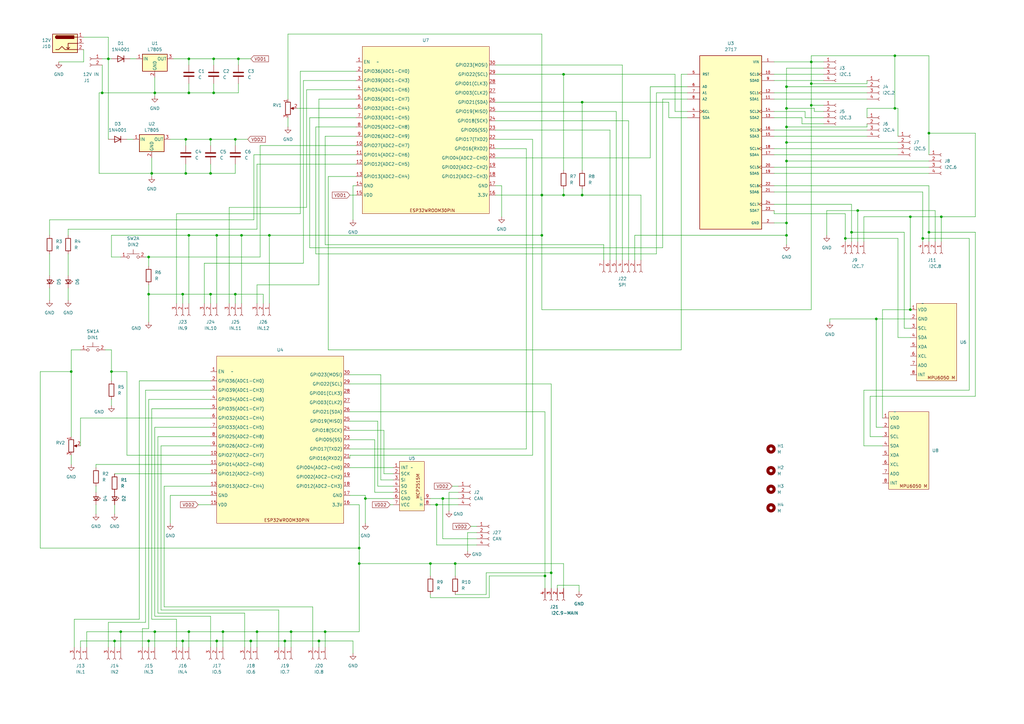
<source format=kicad_sch>
(kicad_sch (version 20230121) (generator eeschema)
  (paper "A3")
  (junction (at 63.5 259.08))
  (junction (at 88.9 96.52))
  (junction (at 149.86 204.47))
  (junction (at 105.41 259.08))
  (junction (at 332.74 43.18))
  (junction (at 96.52 120.65))
  (junction (at 322.58 58.42))
  (junction (at 226.06 234.95))
  (junction (at 367.03 22.86))
  (junction (at 133.35 259.08))
  (junction (at 41.91 38.1))
  (junction (at 60.96 262.89))
  (junction (at 231.14 80.01))
  (junction (at 346.71 97.79))
  (junction (at 77.47 24.13))
  (junction (at 223.52 236.22))
  (junction (at 97.79 24.13))
  (junction (at 381 95.25))
  (junction (at 222.25 80.01))
  (junction (at 332.74 34.29))
  (junction (at 76.2 57.15))
  (junction (at 238.76 41.91))
  (junction (at 63.5 38.1))
  (junction (at 359.41 130.81))
  (junction (at 322.58 52.07))
  (junction (at 74.93 120.65))
  (junction (at 322.58 96.52))
  (junction (at 378.46 97.79))
  (junction (at 86.36 120.65))
  (junction (at 351.79 86.36))
  (junction (at 238.76 80.01))
  (junction (at 367.03 44.45))
  (junction (at 91.44 259.08))
  (junction (at 322.58 44.45))
  (junction (at 176.53 231.14))
  (junction (at 88.9 262.89))
  (junction (at 222.25 96.52))
  (junction (at 46.99 262.89))
  (junction (at 179.07 207.01))
  (junction (at 110.49 96.52))
  (junction (at 96.52 57.15))
  (junction (at 231.14 30.48))
  (junction (at 373.38 88.9))
  (junction (at 181.61 204.47))
  (junction (at 373.38 127))
  (junction (at 99.06 96.52))
  (junction (at 116.84 262.89))
  (junction (at 87.63 24.13))
  (junction (at 322.58 91.44))
  (junction (at 119.38 259.08))
  (junction (at 349.25 95.25))
  (junction (at 45.72 152.4))
  (junction (at 77.47 259.08))
  (junction (at 130.81 262.89))
  (junction (at 86.36 57.15))
  (junction (at 386.08 88.9))
  (junction (at 29.21 152.4))
  (junction (at 62.23 71.12))
  (junction (at 87.63 38.1))
  (junction (at 77.47 96.52))
  (junction (at 147.32 224.79))
  (junction (at 49.53 259.08))
  (junction (at 77.47 38.1))
  (junction (at 332.74 25.4))
  (junction (at 381 54.61))
  (junction (at 102.87 262.89))
  (junction (at 322.58 66.04))
  (junction (at 44.45 24.13))
  (junction (at 186.69 231.14))
  (junction (at 60.96 120.65))
  (junction (at 60.96 105.41))
  (junction (at 86.36 71.12))
  (junction (at 74.93 262.89))
  (junction (at 76.2 71.12))
  (junction (at 322.58 35.56))
  (junction (at 147.32 231.14))
  (wire (pts (xy 322.58 44.45) (xy 322.58 52.07)))
  (wire (pts (xy 332.74 22.86) (xy 332.74 25.4)))
  (wire (pts (xy 60.96 163.83) (xy 60.96 257.81)))
  (wire (pts (xy 149.86 204.47) (xy 161.29 204.47)))
  (wire (pts (xy 386.08 99.06) (xy 386.08 88.9)))
  (wire (pts (xy 381 76.2) (xy 381 95.25)))
  (wire (pts (xy 146.05 59.69) (xy 106.68 59.69)))
  (wire (pts (xy 317.5 33.02) (xy 337.82 33.02)))
  (wire (pts (xy 317.5 68.58) (xy 381 68.58)))
  (wire (pts (xy 238.76 77.47) (xy 238.76 80.01)))
  (wire (pts (xy 337.82 45.72) (xy 334.01 45.72)))
  (wire (pts (xy 86.36 57.15) (xy 86.36 59.69)))
  (wire (pts (xy 223.52 168.91) (xy 143.51 168.91)))
  (wire (pts (xy 129.54 104.14) (xy 269.24 104.14)))
  (wire (pts (xy 45.72 163.83) (xy 45.72 166.37)))
  (wire (pts (xy 161.29 201.93) (xy 153.67 201.93)))
  (wire (pts (xy 156.21 153.67) (xy 143.51 153.67)))
  (wire (pts (xy 133.35 259.08) (xy 119.38 259.08)))
  (wire (pts (xy 52.07 152.4) (xy 52.07 186.69)))
  (wire (pts (xy 63.5 38.1) (xy 63.5 39.37)))
  (wire (pts (xy 181.61 204.47) (xy 187.96 204.47)))
  (wire (pts (xy 99.06 96.52) (xy 110.49 96.52)))
  (wire (pts (xy 60.96 120.65) (xy 74.93 120.65)))
  (wire (pts (xy 57.15 156.21) (xy 57.15 254)))
  (wire (pts (xy 185.42 199.39) (xy 187.96 199.39)))
  (wire (pts (xy 179.07 223.52) (xy 195.58 223.52)))
  (wire (pts (xy 63.5 31.75) (xy 63.5 38.1)))
  (wire (pts (xy 44.45 24.13) (xy 44.45 57.15)))
  (wire (pts (xy 199.39 243.84) (xy 199.39 234.95)))
  (wire (pts (xy 20.32 104.14) (xy 20.32 113.03)))
  (wire (pts (xy 361.95 171.45) (xy 361.95 127)))
  (wire (pts (xy 110.49 96.52) (xy 110.49 124.46)))
  (wire (pts (xy 176.53 207.01) (xy 179.07 207.01)))
  (wire (pts (xy 238.76 41.91) (xy 238.76 69.85)))
  (wire (pts (xy 29.21 152.4) (xy 29.21 179.07)))
  (wire (pts (xy 87.63 38.1) (xy 77.47 38.1)))
  (wire (pts (xy 93.98 85.09) (xy 125.73 85.09)))
  (wire (pts (xy 63.5 252.73) (xy 86.36 252.73)))
  (wire (pts (xy 105.41 259.08) (xy 91.44 259.08)))
  (wire (pts (xy 368.3 55.88) (xy 368.3 44.45)))
  (wire (pts (xy 200.66 245.11) (xy 200.66 236.22)))
  (wire (pts (xy 57.15 254) (xy 30.48 254)))
  (wire (pts (xy 179.07 207.01) (xy 187.96 207.01)))
  (wire (pts (xy 355.6 44.45) (xy 367.03 44.45)))
  (wire (pts (xy 123.19 87.63) (xy 123.19 29.21)))
  (wire (pts (xy 62.23 254) (xy 62.23 167.64)))
  (wire (pts (xy 39.37 190.5) (xy 39.37 191.77)))
  (wire (pts (xy 128.27 265.43) (xy 128.27 248.92)))
  (wire (pts (xy 86.36 252.73) (xy 86.36 265.43)))
  (wire (pts (xy 105.41 67.31) (xy 146.05 67.31)))
  (wire (pts (xy 76.2 67.31) (xy 76.2 71.12)))
  (wire (pts (xy 322.58 52.07) (xy 355.6 52.07)))
  (wire (pts (xy 88.9 262.89) (xy 88.9 265.43)))
  (wire (pts (xy 186.69 243.84) (xy 199.39 243.84)))
  (wire (pts (xy 203.2 80.01) (xy 222.25 80.01)))
  (wire (pts (xy 322.58 66.04) (xy 381 66.04)))
  (wire (pts (xy 83.82 107.95) (xy 83.82 124.46)))
  (wire (pts (xy 381 54.61) (xy 381 22.86)))
  (wire (pts (xy 381 76.2) (xy 317.5 76.2)))
  (wire (pts (xy 317.5 63.5) (xy 368.3 63.5)))
  (wire (pts (xy 59.69 105.41) (xy 60.96 105.41)))
  (wire (pts (xy 99.06 96.52) (xy 99.06 124.46)))
  (wire (pts (xy 45.72 143.51) (xy 45.72 152.4)))
  (wire (pts (xy 373.38 130.81) (xy 359.41 130.81)))
  (wire (pts (xy 129.54 52.07) (xy 129.54 104.14)))
  (wire (pts (xy 39.37 207.01) (xy 39.37 210.82)))
  (wire (pts (xy 340.36 130.81) (xy 340.36 132.08)))
  (wire (pts (xy 226.06 234.95) (xy 226.06 241.3)))
  (wire (pts (xy 91.44 259.08) (xy 77.47 259.08)))
  (wire (pts (xy 332.74 43.18) (xy 332.74 127)))
  (wire (pts (xy 77.47 38.1) (xy 63.5 38.1)))
  (wire (pts (xy 223.52 241.3) (xy 223.52 236.22)))
  (wire (pts (xy 378.46 78.74) (xy 378.46 97.79)))
  (wire (pts (xy 203.2 64.77) (xy 266.7 64.77)))
  (wire (pts (xy 317.5 40.64) (xy 355.6 40.64)))
  (wire (pts (xy 281.94 38.1) (xy 269.24 38.1)))
  (wire (pts (xy 60.96 262.89) (xy 60.96 265.43)))
  (wire (pts (xy 147.32 224.79) (xy 16.51 224.79)))
  (wire (pts (xy 63.5 259.08) (xy 49.53 259.08)))
  (wire (pts (xy 60.96 262.89) (xy 74.93 262.89)))
  (wire (pts (xy 86.36 120.65) (xy 74.93 120.65)))
  (wire (pts (xy 370.84 95.25) (xy 349.25 95.25)))
  (wire (pts (xy 133.35 55.88) (xy 146.05 55.88)))
  (wire (pts (xy 317.5 53.34) (xy 355.6 53.34)))
  (wire (pts (xy 160.02 207.01) (xy 161.29 207.01)))
  (wire (pts (xy 334.01 45.72) (xy 334.01 44.45)))
  (wire (pts (xy 93.98 124.46) (xy 93.98 85.09)))
  (wire (pts (xy 130.81 262.89) (xy 144.78 262.89)))
  (wire (pts (xy 143.51 184.15) (xy 215.9 184.15)))
  (wire (pts (xy 218.44 57.15) (xy 203.2 57.15)))
  (wire (pts (xy 59.69 255.27) (xy 59.69 160.02)))
  (wire (pts (xy 176.53 243.84) (xy 176.53 245.11)))
  (wire (pts (xy 119.38 259.08) (xy 119.38 265.43)))
  (wire (pts (xy 349.25 95.25) (xy 349.25 99.06)))
  (wire (pts (xy 199.39 234.95) (xy 226.06 234.95)))
  (wire (pts (xy 223.52 236.22) (xy 223.52 168.91)))
  (wire (pts (xy 86.36 163.83) (xy 60.96 163.83)))
  (wire (pts (xy 133.35 100.33) (xy 133.35 55.88)))
  (wire (pts (xy 27.94 93.98) (xy 27.94 96.52)))
  (wire (pts (xy 231.14 30.48) (xy 231.14 69.85)))
  (wire (pts (xy 88.9 262.89) (xy 102.87 262.89)))
  (wire (pts (xy 381 54.61) (xy 400.05 54.61)))
  (wire (pts (xy 203.2 53.34) (xy 250.19 53.34)))
  (wire (pts (xy 114.3 250.19) (xy 114.3 265.43)))
  (wire (pts (xy 127 101.6) (xy 127 48.26)))
  (wire (pts (xy 250.19 53.34) (xy 250.19 106.68)))
  (wire (pts (xy 104.14 90.17) (xy 20.32 90.17)))
  (wire (pts (xy 322.58 35.56) (xy 322.58 44.45)))
  (wire (pts (xy 354.33 182.88) (xy 361.95 182.88)))
  (wire (pts (xy 102.87 262.89) (xy 116.84 262.89)))
  (wire (pts (xy 96.52 67.31) (xy 96.52 71.12)))
  (wire (pts (xy 231.14 80.01) (xy 238.76 80.01)))
  (wire (pts (xy 41.91 38.1) (xy 63.5 38.1)))
  (wire (pts (xy 77.47 34.29) (xy 77.47 38.1)))
  (wire (pts (xy 176.53 204.47) (xy 181.61 204.47)))
  (wire (pts (xy 134.62 72.39) (xy 146.05 72.39)))
  (wire (pts (xy 41.91 24.13) (xy 44.45 24.13)))
  (wire (pts (xy 76.2 57.15) (xy 86.36 57.15)))
  (wire (pts (xy 86.36 175.26) (xy 63.5 175.26)))
  (wire (pts (xy 69.85 203.2) (xy 69.85 214.63)))
  (wire (pts (xy 195.58 218.44) (xy 191.77 218.44)))
  (wire (pts (xy 45.72 152.4) (xy 45.72 156.21)))
  (wire (pts (xy 351.79 86.36) (xy 351.79 99.06)))
  (wire (pts (xy 231.14 30.48) (xy 203.2 30.48)))
  (wire (pts (xy 400.05 54.61) (xy 400.05 88.9)))
  (wire (pts (xy 328.93 50.8) (xy 328.93 48.26)))
  (wire (pts (xy 157.48 194.31) (xy 157.48 176.53)))
  (wire (pts (xy 66.04 182.88) (xy 66.04 250.19)))
  (wire (pts (xy 20.32 118.11) (xy 20.32 123.19)))
  (wire (pts (xy 88.9 96.52) (xy 99.06 96.52)))
  (wire (pts (xy 176.53 231.14) (xy 147.32 231.14)))
  (wire (pts (xy 29.21 143.51) (xy 29.21 152.4)))
  (wire (pts (xy 147.32 207.01) (xy 147.32 224.79)))
  (wire (pts (xy 279.4 30.48) (xy 281.94 30.48)))
  (wire (pts (xy 105.41 116.84) (xy 105.41 124.46)))
  (wire (pts (xy 279.4 143.51) (xy 279.4 30.48)))
  (wire (pts (xy 349.25 83.82) (xy 317.5 83.82)))
  (wire (pts (xy 27.94 118.11) (xy 27.94 123.19)))
  (wire (pts (xy 96.52 71.12) (xy 86.36 71.12)))
  (wire (pts (xy 87.63 24.13) (xy 87.63 26.67)))
  (wire (pts (xy 184.15 201.93) (xy 184.15 209.55)))
  (wire (pts (xy 373.38 88.9) (xy 373.38 127)))
  (wire (pts (xy 62.23 64.77) (xy 62.23 71.12)))
  (wire (pts (xy 44.45 265.43) (xy 44.45 255.27)))
  (wire (pts (xy 356.87 162.56) (xy 400.05 162.56)))
  (wire (pts (xy 255.27 106.68) (xy 255.27 26.67)))
  (wire (pts (xy 378.46 97.79) (xy 378.46 99.06)))
  (wire (pts (xy 100.33 251.46) (xy 100.33 265.43)))
  (wire (pts (xy 87.63 34.29) (xy 87.63 38.1)))
  (wire (pts (xy 86.36 57.15) (xy 96.52 57.15)))
  (wire (pts (xy 144.78 262.89) (xy 144.78 267.97)))
  (wire (pts (xy 143.51 191.77) (xy 161.29 191.77)))
  (wire (pts (xy 322.58 35.56) (xy 355.6 35.56)))
  (wire (pts (xy 72.39 87.63) (xy 123.19 87.63)))
  (wire (pts (xy 88.9 96.52) (xy 88.9 124.46)))
  (wire (pts (xy 33.02 143.51) (xy 29.21 143.51)))
  (wire (pts (xy 222.25 127) (xy 222.25 96.52)))
  (wire (pts (xy 144.78 76.2) (xy 146.05 76.2)))
  (wire (pts (xy 53.34 24.13) (xy 55.88 24.13)))
  (wire (pts (xy 339.09 86.36) (xy 339.09 96.52)))
  (wire (pts (xy 96.52 120.65) (xy 86.36 120.65)))
  (wire (pts (xy 118.11 48.26) (xy 118.11 52.07)))
  (wire (pts (xy 125.73 85.09) (xy 125.73 36.83)))
  (wire (pts (xy 144.78 76.2) (xy 144.78 90.17)))
  (wire (pts (xy 125.73 36.83) (xy 146.05 36.83)))
  (wire (pts (xy 276.86 30.48) (xy 231.14 30.48)))
  (wire (pts (xy 218.44 186.69) (xy 143.51 186.69)))
  (wire (pts (xy 74.93 124.46) (xy 74.93 120.65)))
  (wire (pts (xy 179.07 223.52) (xy 179.07 207.01)))
  (wire (pts (xy 149.86 204.47) (xy 149.86 214.63)))
  (wire (pts (xy 181.61 220.98) (xy 195.58 220.98)))
  (wire (pts (xy 161.29 194.31) (xy 157.48 194.31)))
  (wire (pts (xy 33.02 171.45) (xy 33.02 182.88)))
  (wire (pts (xy 355.6 50.8) (xy 355.6 52.07)))
  (wire (pts (xy 86.36 179.07) (xy 64.77 179.07)))
  (wire (pts (xy 247.65 100.33) (xy 133.35 100.33)))
  (wire (pts (xy 231.14 77.47) (xy 231.14 80.01)))
  (wire (pts (xy 226.06 157.48) (xy 226.06 234.95)))
  (wire (pts (xy 373.38 134.62) (xy 370.84 134.62)))
  (wire (pts (xy 44.45 255.27) (xy 59.69 255.27)))
  (wire (pts (xy 400.05 162.56) (xy 400.05 95.25)))
  (wire (pts (xy 74.93 262.89) (xy 74.93 265.43)))
  (wire (pts (xy 368.3 138.43) (xy 368.3 97.79)))
  (wire (pts (xy 322.58 58.42) (xy 368.3 58.42)))
  (wire (pts (xy 118.11 13.97) (xy 118.11 40.64)))
  (wire (pts (xy 186.69 231.14) (xy 186.69 236.22)))
  (wire (pts (xy 367.03 22.86) (xy 332.74 22.86)))
  (wire (pts (xy 81.28 207.01) (xy 86.36 207.01)))
  (wire (pts (xy 252.73 106.68) (xy 252.73 45.72)))
  (wire (pts (xy 332.74 34.29) (xy 355.6 34.29)))
  (wire (pts (xy 346.71 97.79) (xy 346.71 99.06)))
  (wire (pts (xy 359.41 130.81) (xy 340.36 130.81)))
  (wire (pts (xy 317.5 60.96) (xy 368.3 60.96)))
  (wire (pts (xy 381 22.86) (xy 367.03 22.86)))
  (wire (pts (xy 328.93 48.26) (xy 317.5 48.26)))
  (wire (pts (xy 147.32 224.79) (xy 147.32 231.14)))
  (wire (pts (xy 146.05 40.64) (xy 130.81 40.64)))
  (wire (pts (xy 76.2 71.12) (xy 62.23 71.12)))
  (wire (pts (xy 72.39 265.43) (xy 72.39 254)))
  (wire (pts (xy 149.86 203.2) (xy 149.86 204.47)))
  (wire (pts (xy 49.53 105.41) (xy 45.72 105.41)))
  (wire (pts (xy 257.81 106.68) (xy 257.81 49.53)))
  (wire (pts (xy 72.39 254) (xy 62.23 254)))
  (wire (pts (xy 322.58 27.94) (xy 322.58 35.56)))
  (wire (pts (xy 383.54 86.36) (xy 383.54 99.06)))
  (wire (pts (xy 128.27 248.92) (xy 67.31 248.92)))
  (wire (pts (xy 397.51 97.79) (xy 378.46 97.79)))
  (wire (pts (xy 317.5 55.88) (xy 355.6 55.88)))
  (wire (pts (xy 60.96 120.65) (xy 60.96 132.08)))
  (wire (pts (xy 281.94 45.72) (xy 276.86 45.72)))
  (wire (pts (xy 228.6 241.3) (xy 228.6 240.03)))
  (wire (pts (xy 52.07 186.69) (xy 86.36 186.69)))
  (wire (pts (xy 143.51 157.48) (xy 226.06 157.48)))
  (wire (pts (xy 64.77 251.46) (xy 100.33 251.46)))
  (wire (pts (xy 337.82 48.26) (xy 330.2 48.26)))
  (wire (pts (xy 123.19 29.21) (xy 146.05 29.21)))
  (wire (pts (xy 330.2 48.26) (xy 330.2 45.72)))
  (wire (pts (xy 330.2 45.72) (xy 317.5 45.72)))
  (wire (pts (xy 74.93 262.89) (xy 88.9 262.89)))
  (wire (pts (xy 110.49 96.52) (xy 222.25 96.52)))
  (wire (pts (xy 76.2 57.15) (xy 76.2 59.69)))
  (wire (pts (xy 359.41 175.26) (xy 361.95 175.26)))
  (wire (pts (xy 187.96 201.93) (xy 184.15 201.93)))
  (wire (pts (xy 346.71 87.63) (xy 317.5 87.63)))
  (wire (pts (xy 351.79 86.36) (xy 383.54 86.36)))
  (wire (pts (xy 46.99 262.89) (xy 60.96 262.89)))
  (wire (pts (xy 322.58 66.04) (xy 322.58 91.44)))
  (wire (pts (xy 59.69 160.02) (xy 86.36 160.02)))
  (wire (pts (xy 222.25 96.52) (xy 222.25 80.01)))
  (wire (pts (xy 119.38 259.08) (xy 105.41 259.08)))
  (wire (pts (xy 262.89 80.01) (xy 262.89 106.68)))
  (wire (pts (xy 191.77 218.44) (xy 191.77 226.06)))
  (wire (pts (xy 381 95.25) (xy 381 99.06)))
  (wire (pts (xy 44.45 15.24) (xy 44.45 24.13)))
  (wire (pts (xy 181.61 220.98) (xy 181.61 204.47)))
  (wire (pts (xy 134.62 72.39) (xy 134.62 143.51)))
  (wire (pts (xy 97.79 38.1) (xy 87.63 38.1)))
  (wire (pts (xy 29.21 186.69) (xy 29.21 190.5)))
  (wire (pts (xy 107.95 124.46) (xy 107.95 120.65)))
  (wire (pts (xy 35.56 259.08) (xy 35.56 265.43)))
  (wire (pts (xy 66.04 250.19) (xy 114.3 250.19)))
  (wire (pts (xy 77.47 96.52) (xy 88.9 96.52)))
  (wire (pts (xy 266.7 35.56) (xy 281.94 35.56)))
  (wire (pts (xy 86.36 182.88) (xy 66.04 182.88)))
  (wire (pts (xy 97.79 24.13) (xy 102.87 24.13)))
  (wire (pts (xy 34.29 25.4) (xy 24.13 25.4)))
  (wire (pts (xy 337.82 27.94) (xy 322.58 27.94)))
  (wire (pts (xy 161.29 196.85) (xy 156.21 196.85)))
  (wire (pts (xy 317.5 25.4) (xy 332.74 25.4)))
  (wire (pts (xy 332.74 43.18) (xy 332.74 34.29)))
  (wire (pts (xy 97.79 34.29) (xy 97.79 38.1)))
  (wire (pts (xy 77.47 24.13) (xy 87.63 24.13)))
  (wire (pts (xy 276.86 45.72) (xy 276.86 30.48)))
  (wire (pts (xy 186.69 231.14) (xy 176.53 231.14)))
  (wire (pts (xy 247.65 106.68) (xy 247.65 100.33)))
  (wire (pts (xy 359.41 175.26) (xy 359.41 130.81)))
  (wire (pts (xy 271.78 40.64) (xy 271.78 101.6)))
  (wire (pts (xy 69.85 57.15) (xy 76.2 57.15)))
  (wire (pts (xy 77.47 96.52) (xy 77.47 124.46)))
  (wire (pts (xy 355.6 33.02) (xy 355.6 34.29)))
  (wire (pts (xy 86.36 171.45) (xy 33.02 171.45)))
  (wire (pts (xy 104.14 63.5) (xy 146.05 63.5)))
  (wire (pts (xy 34.29 20.32) (xy 34.29 25.4)))
  (wire (pts (xy 222.25 127) (xy 332.74 127)))
  (wire (pts (xy 96.52 57.15) (xy 96.52 59.69)))
  (wire (pts (xy 322.58 52.07) (xy 322.58 58.42)))
  (wire (pts (xy 200.66 236.22) (xy 223.52 236.22)))
  (wire (pts (xy 67.31 248.92) (xy 67.31 199.39)))
  (wire (pts (xy 71.12 24.13) (xy 77.47 24.13)))
  (wire (pts (xy 130.81 262.89) (xy 130.81 265.43)))
  (wire (pts (xy 355.6 48.26) (xy 355.6 44.45)))
  (wire (pts (xy 381 63.5) (xy 381 54.61)))
  (wire (pts (xy 16.51 152.4) (xy 29.21 152.4)))
  (wire (pts (xy 386.08 88.9) (xy 400.05 88.9)))
  (wire (pts (xy 203.2 76.2) (xy 205.74 76.2)))
  (wire (pts (xy 40.64 71.12) (xy 62.23 71.12)))
  (wire (pts (xy 77.47 24.13) (xy 77.47 26.67)))
  (wire (pts (xy 161.29 199.39) (xy 154.94 199.39)))
  (wire (pts (xy 203.2 45.72) (xy 252.73 45.72)))
  (wire (pts (xy 332.74 43.18) (xy 337.82 43.18)))
  (wire (pts (xy 222.25 80.01) (xy 222.25 13.97)))
  (wire (pts (xy 86.36 156.21) (xy 57.15 156.21)))
  (wire (pts (xy 215.9 60.96) (xy 203.2 60.96)))
  (wire (pts (xy 255.27 26.67) (xy 203.2 26.67)))
  (wire (pts (xy 354.33 99.06) (xy 354.33 88.9)))
  (wire (pts (xy 228.6 240.03) (xy 237.49 240.03)))
  (wire (pts (xy 143.51 172.72) (xy 154.94 172.72)))
  (wire (pts (xy 16.51 224.79) (xy 16.51 152.4)))
  (wire (pts (xy 45.72 96.52) (xy 45.72 105.41)))
  (wire (pts (xy 60.96 257.81) (xy 58.42 257.81)))
  (wire (pts (xy 317.5 87.63) (xy 317.5 86.36)))
  (wire (pts (xy 105.41 93.98) (xy 105.41 67.31)))
  (wire (pts (xy 45.72 96.52) (xy 77.47 96.52)))
  (wire (pts (xy 274.32 41.91) (xy 274.32 48.26)))
  (wire (pts (xy 41.91 26.67) (xy 41.91 38.1)))
  (wire (pts (xy 46.99 207.01) (xy 46.99 210.82)))
  (wire (pts (xy 146.05 52.07) (xy 129.54 52.07)))
  (wire (pts (xy 40.64 38.1) (xy 40.64 71.12)))
  (wire (pts (xy 317.5 30.48) (xy 337.82 30.48)))
  (wire (pts (xy 400.05 95.25) (xy 381 95.25)))
  (wire (pts (xy 91.44 259.08) (xy 91.44 265.43)))
  (wire (pts (xy 346.71 87.63) (xy 346.71 97.79)))
  (wire (pts (xy 67.31 199.39) (xy 86.36 199.39)))
  (wire (pts (xy 215.9 60.96) (xy 215.9 184.15)))
  (wire (pts (xy 39.37 199.39) (xy 39.37 201.93)))
  (wire (pts (xy 134.62 143.51) (xy 279.4 143.51)))
  (wire (pts (xy 203.2 49.53) (xy 257.81 49.53)))
  (wire (pts (xy 107.95 120.65) (xy 96.52 120.65)))
  (wire (pts (xy 266.7 64.77) (xy 266.7 35.56)))
  (wire (pts (xy 33.02 262.89) (xy 46.99 262.89)))
  (wire (pts (xy 147.32 259.08) (xy 133.35 259.08)))
  (wire (pts (xy 127 48.26) (xy 146.05 48.26)))
  (wire (pts (xy 271.78 101.6) (xy 127 101.6)))
  (wire (pts (xy 153.67 180.34) (xy 143.51 180.34)))
  (wire (pts (xy 62.23 71.12) (xy 62.23 72.39)))
  (wire (pts (xy 143.51 207.01) (xy 147.32 207.01)))
  (wire (pts (xy 124.46 33.02) (xy 124.46 107.95)))
  (wire (pts (xy 46.99 194.31) (xy 86.36 194.31)))
  (wire (pts (xy 274.32 48.26) (xy 281.94 48.26)))
  (wire (pts (xy 133.35 259.08) (xy 133.35 265.43)))
  (wire (pts (xy 106.68 59.69) (xy 106.68 105.41)))
  (wire (pts (xy 63.5 175.26) (xy 63.5 252.73)))
  (wire (pts (xy 33.02 265.43) (xy 33.02 262.89)))
  (wire (pts (xy 322.58 96.52) (xy 322.58 100.33)))
  (wire (pts (xy 86.36 67.31) (xy 86.36 71.12)))
  (wire (pts (xy 96.52 120.65) (xy 96.52 124.46)))
  (wire (pts (xy 218.44 57.15) (xy 218.44 186.69)))
  (wire (pts (xy 322.58 91.44) (xy 322.58 96.52)))
  (wire (pts (xy 63.5 259.08) (xy 63.5 265.43)))
  (wire (pts (xy 351.79 86.36) (xy 339.09 86.36)))
  (wire (pts (xy 20.32 90.17) (xy 20.32 96.52)))
  (wire (pts (xy 269.24 38.1) (xy 269.24 104.14)))
  (wire (pts (xy 260.35 96.52) (xy 322.58 96.52)))
  (wire (pts (xy 373.38 88.9) (xy 386.08 88.9)))
  (wire (pts (xy 46.99 262.89) (xy 46.99 265.43)))
  (wire (pts (xy 86.36 190.5) (xy 39.37 190.5)))
  (wire (pts (xy 332.74 25.4) (xy 337.82 25.4)))
  (wire (pts (xy 222.25 13.97) (xy 118.11 13.97)))
  (wire (pts (xy 130.81 116.84) (xy 105.41 116.84)))
  (wire (pts (xy 49.53 259.08) (xy 35.56 259.08)))
  (wire (pts (xy 317.5 38.1) (xy 355.6 38.1)))
  (wire (pts (xy 370.84 134.62) (xy 370.84 95.25)))
  (wire (pts (xy 222.25 80.01) (xy 231.14 80.01)))
  (wire (pts (xy 52.07 57.15) (xy 54.61 57.15)))
  (wire (pts (xy 143.51 203.2) (xy 149.86 203.2)))
  (wire (pts (xy 116.84 262.89) (xy 116.84 265.43)))
  (wire (pts (xy 231.14 231.14) (xy 186.69 231.14)))
  (wire (pts (xy 349.25 83.82) (xy 349.25 95.25)))
  (wire (pts (xy 27.94 104.14) (xy 27.94 113.03)))
  (wire (pts (xy 104.14 90.17) (xy 104.14 63.5)))
  (wire (pts (xy 62.23 167.64) (xy 86.36 167.64)))
  (wire (pts (xy 332.74 34.29) (xy 332.74 25.4)))
  (wire (pts (xy 373.38 138.43) (xy 368.3 138.43)))
  (wire (pts (xy 40.64 38.1) (xy 41.91 38.1)))
  (wire (pts (xy 43.18 143.51) (xy 45.72 143.51)))
  (wire (pts (xy 49.53 259.08) (xy 49.53 265.43)))
  (wire (pts (xy 96.52 57.15) (xy 101.6 57.15)))
  (wire (pts (xy 77.47 259.08) (xy 63.5 259.08)))
  (wire (pts (xy 44.45 24.13) (xy 45.72 24.13)))
  (wire (pts (xy 356.87 179.07) (xy 356.87 162.56)))
  (wire (pts (xy 337.82 50.8) (xy 328.93 50.8)))
  (wire (pts (xy 334.01 44.45) (xy 322.58 44.45)))
  (wire (pts (xy 154.94 199.39) (xy 154.94 172.72)))
  (wire (pts (xy 72.39 124.46) (xy 72.39 87.63)))
  (wire (pts (xy 157.48 176.53) (xy 143.51 176.53)))
  (wire (pts (xy 146.05 33.02) (xy 124.46 33.02)))
  (wire (pts (xy 64.77 179.07) (xy 64.77 251.46)))
  (wire (pts (xy 58.42 257.81) (xy 58.42 265.43)))
  (wire (pts (xy 322.58 58.42) (xy 322.58 66.04)))
  (wire (pts (xy 143.51 186.69) (xy 143.51 187.96)))
  (wire (pts (xy 205.74 76.2) (xy 205.74 88.9)))
  (wire (pts (xy 354.33 88.9) (xy 373.38 88.9)))
  (wire (pts (xy 130.81 40.64) (xy 130.81 116.84)))
  (wire (pts (xy 238.76 80.01) (xy 262.89 80.01)))
  (wire (pts (xy 105.41 259.08) (xy 105.41 265.43)))
  (wire (pts (xy 45.72 152.4) (xy 52.07 152.4)))
  (wire (pts (xy 153.67 201.93) (xy 153.67 180.34)))
  (wire (pts (xy 124.46 107.95) (xy 83.82 107.95)))
  (wire (pts (xy 317.5 91.44) (xy 322.58 91.44)))
  (wire (pts (xy 354.33 182.88) (xy 354.33 160.02)))
  (wire (pts (xy 368.3 97.79) (xy 346.71 97.79)))
  (wire (pts (xy 238.76 41.91) (xy 274.32 41.91)))
  (wire (pts (xy 143.51 80.01) (xy 146.05 80.01)))
  (wire (pts (xy 378.46 78.74) (xy 317.5 78.74)))
  (wire (pts (xy 97.79 24.13) (xy 87.63 24.13)))
  (wire (pts (xy 86.36 203.2) (xy 69.85 203.2)))
  (wire (pts (xy 121.92 44.45) (xy 146.05 44.45)))
  (wire (pts (xy 397.51 160.02) (xy 397.51 97.79)))
  (wire (pts (xy 116.84 262.89) (xy 130.81 262.89)))
  (wire (pts (xy 317.5 71.12) (xy 381 71.12)))
  (wire (pts (xy 368.3 44.45) (xy 367.03 44.45)))
  (wire (pts (xy 271.78 40.64) (xy 281.94 40.64)))
  (wire (pts (xy 176.53 245.11) (xy 200.66 245.11)))
  (wire (pts (xy 237.49 240.03) (xy 237.49 242.57)))
  (wire (pts (xy 147.32 231.14) (xy 147.32 259.08)))
  (wire (pts (xy 105.41 93.98) (xy 27.94 93.98)))
  (wire (pts (xy 60.96 105.41) (xy 60.96 109.22)))
  (wire (pts (xy 361.95 127) (xy 373.38 127)))
  (wire (pts (xy 361.95 179.07) (xy 356.87 179.07)))
  (wire (pts (xy 77.47 259.08) (xy 77.47 265.43)))
  (wire (pts (xy 260.35 106.68) (xy 260.35 96.52)))
  (wire (pts (xy 231.14 241.3) (xy 231.14 231.14)))
  (wire (pts (xy 203.2 41.91) (xy 238.76 41.91)))
  (wire (pts (xy 97.79 24.13) (xy 97.79 26.67)))
  (wire (pts (xy 156.21 196.85) (xy 156.21 153.67)))
  (wire (pts (xy 86.36 71.12) (xy 76.2 71.12)))
  (wire (pts (xy 193.04 215.9) (xy 195.58 215.9)))
  (wire (pts (xy 102.87 262.89) (xy 102.87 265.43)))
  (wire (pts (xy 367.03 44.45) (xy 367.03 22.86)))
  (wire (pts (xy 176.53 231.14) (xy 176.53 236.22)))
  (wire (pts (xy 106.68 105.41) (xy 60.96 105.41)))
  (wire (pts (xy 60.96 116.84) (xy 60.96 120.65)))
  (wire (pts (xy 86.36 120.65) (xy 86.36 124.46)))
  (wire (pts (xy 34.29 15.24) (xy 44.45 15.24)))
  (wire (pts (xy 354.33 160.02) (xy 397.51 160.02)))
  (wire (pts (xy 30.48 254) (xy 30.48 265.43)))
  (global_label "VDD2" (shape input) (at 101.6 57.15 0) (property "Intersheetrefs" "${INTERSHEET_REFS}" (effects hide)))
  (global_label "VDD2" (shape input) (at 185.42 199.39 180) (property "Intersheetrefs" "${INTERSHEET_REFS}" (effects hide)))
  (global_label "VDD1" (shape input) (at 102.87 24.13 0) (property "Intersheetrefs" "${INTERSHEET_REFS}" (effects hide)))
  (global_label "VDD2" (shape input) (at 193.04 215.9 180) (property "Intersheetrefs" "${INTERSHEET_REFS}" (effects hide)))
  (global_label "VDD1" (shape input) (at 143.51 80.01 180) (property "Intersheetrefs" "${INTERSHEET_REFS}" (effects hide)))
  (global_label "VDD2" (shape input) (at 81.28 207.01 180) (property "Intersheetrefs" "${INTERSHEET_REFS}" (effects hide)))
  (global_label "VDD2" (shape input) (at 160.02 207.01 180) (property "Intersheetrefs" "${INTERSHEET_REFS}" (effects hide)))
  (symbol (lib_id "power:GND") (at 184.15 209.55 0) (unit 1)
    (property "Reference" "#PWR06" (effects hide))
    (property "Value" "GND" (at 187.96 210.82 0))
  )
  (symbol (lib_id "Connector:Conn_01x03_Socket") (at 46.99 270.51 270) (unit 1)
    (property "Reference" "J14" (at 46.99 273.05 90))
    (property "Value" "IN2" (at 46.99 275.59 90))
    (property "Footprint" "Connector_PinSocket_2.54mm:PinSocket_1x03_P2.54mm_Vertical" (effects hide))
  )
  (symbol (lib_id "Device:R") (at 186.69 240.03 0) (unit 1)
    (property "Reference" "R10" (at 189.23 238.76 0) (effects (justify left)))
    (property "Value" "R" (at 189.23 241.3 0) (effects (justify left)))
    (property "Footprint" "Resistor_THT:R_Axial_DIN0204_L3.6mm_D1.6mm_P7.62mm_Horizontal" (effects hide))
  )
  (symbol (lib_id "power:GND") (at 24.13 25.4 0) (unit 1)
    (property "Reference" "#PWR022" (effects hide))
    (property "Value" "GND" (at 24.13 30.48 0))
  )
  (symbol (lib_id "Device:C") (at 76.2 63.5 0) (unit 1)
    (property "Reference" "C4" (at 80.01 62.23 0) (effects (justify left)))
    (property "Value" "C" (at 80.01 64.77 0) (effects (justify left)))
    (property "Footprint" "Capacitor_THT:C_Radial_D8.0mm_H7.0mm_P3.50mm" (effects hide))
  )
  (symbol (lib_id "power:GND") (at 62.23 72.39 0) (unit 1)
    (property "Reference" "#PWR02" (effects hide))
    (property "Value" "GND" (at 62.23 77.47 0))
  )
  (symbol (lib_id "Connector:Conn_01x03_Socket") (at 107.95 129.54 270) (unit 1)
    (property "Reference" "J26" (at 107.95 132.08 90))
    (property "Value" "IN.12" (at 107.95 134.62 90))
    (property "Footprint" "Connector_PinSocket_2.54mm:PinSocket_1x03_P2.54mm_Vertical" (effects hide))
  )
  (symbol (lib_id "Device:R") (at 60.96 113.03 0) (unit 1)
    (property "Reference" "R6" (at 63.5 111.76 0) (effects (justify left)))
    (property "Value" "R" (at 63.5 114.3 0) (effects (justify left)))
    (property "Footprint" "Resistor_THT:R_Axial_DIN0204_L3.6mm_D1.6mm_P7.62mm_Horizontal" (effects hide))
  )
  (symbol (lib_id "Device:C") (at 96.52 63.5 0) (unit 1)
    (property "Reference" "C6" (at 100.33 62.23 0) (effects (justify left)))
    (property "Value" "C" (at 100.33 64.77 0) (effects (justify left)))
    (property "Footprint" "Capacitor_THT:C_Radial_D8.0mm_H7.0mm_P3.50mm" (effects hide))
  )
  (symbol (lib_id "power:GND") (at 27.94 123.19 0) (unit 1)
    (property "Reference" "#PWR014" (effects hide))
    (property "Value" "GND" (at 27.94 128.27 0))
  )
  (symbol (lib_id "power:GND") (at 149.86 214.63 0) (unit 1)
    (property "Reference" "#PWR03" (effects hide))
    (property "Value" "GND" (at 149.86 219.71 0))
  )
  (symbol (lib_id "2717:2717") (at 299.72 58.42 0) (unit 1)
    (property "Reference" "U3" (at 299.72 17.78 0))
    (property "Value" "2717" (at 299.72 20.32 0))
    (property "Footprint" "2717:Module2717_TCA9548A" (effects hide))
    (property "MF" "Adafruit" (effects hide))
    (property "MAXIMUM_PACKAGE_HEIGHT" "2.7mm" (effects hide))
    (property "Package" "None" (effects hide))
    (property "Price" "None" (effects hide))
    (property "Check_prices" "https://www.snapeda.com/parts/2717/Adafruit+Industries+LLC/view-part/?ref=eda" (effects hide))
    (property "STANDARD" "Manufacturer Recommendations" (effects hide))
    (property "PARTREV" "Sep 11, 2015" (effects hide))
    (property "SnapEDA_Link" "https://www.snapeda.com/parts/2717/Adafruit+Industries+LLC/view-part/?ref=snap" (effects hide))
    (property "MP" "2717" (effects hide))
    (property "Description" "\nModule: multiplexer; I2C interface multiplexer; TCA9548A; 3÷5VDC\n" (effects hide))
    (property "MANUFACTURER" "Adafruit" (effects hide))
    (property "Availability" "Not in stock" (effects hide))
    (property "SNAPEDA_PN" "2717" (effects hide))
  )
  (symbol (lib_id "power:GND") (at 39.37 210.82 0) (unit 1)
    (property "Reference" "#PWR012" (effects hide))
    (property "Value" "GND" (at 39.37 215.9 0))
  )
  (symbol (lib_id "Diode:1N4001") (at 49.53 24.13 0) (mirror y) (unit 1)
    (property "Reference" "D1" (at 49.53 17.78 0))
    (property "Value" "1N4001" (at 49.53 20.32 0))
    (property "Footprint" "Diode_THT:D_DO-41_SOD81_P10.16mm_Horizontal" (effects hide))
    (property "Datasheet" "http://www.vishay.com/docs/88503/1n4001.pdf" (effects hide))
    (property "Sim.Device" "D" (effects hide))
    (property "Sim.Pins" "1=K 2=A" (effects hide))
  )
  (symbol (lib_id "power:GND") (at 205.74 88.9 0) (unit 1)
    (property "Reference" "#PWR07" (effects hide))
    (property "Value" "GND" (at 205.74 93.98 0))
  )
  (symbol (lib_id "Device:C") (at 97.79 30.48 0) (unit 1)
    (property "Reference" "C3" (at 101.6 29.21 0) (effects (justify left)))
    (property "Value" "C" (at 101.6 31.75 0) (effects (justify left)))
    (property "Footprint" "Capacitor_THT:C_Radial_D8.0mm_H7.0mm_P3.50mm" (effects hide))
  )
  (symbol (lib_id "Connector:Conn_01x03_Socket") (at 60.96 270.51 270) (unit 1)
    (property "Reference" "J15" (at 60.96 273.05 90))
    (property "Value" "IN.3" (at 60.96 275.59 90))
    (property "Footprint" "Connector_PinSocket_2.54mm:PinSocket_1x03_P2.54mm_Vertical" (effects hide))
  )
  (symbol (lib_id "Connector:Conn_01x04_Socket") (at 193.04 201.93 0) (unit 1)
    (property "Reference" "J2" (at 194.31 201.93 0) (effects (justify left)))
    (property "Value" "CAN" (at 194.31 204.47 0) (effects (justify left)))
    (property "Footprint" "Connector_Phoenix_MSTB:PhoenixContact_MSTBA_2,5_4-G-5,08_1x04_P5.08mm_Horizontal" (effects hide))
  )
  (symbol (lib_id "Connector:Conn_01x04_Socket") (at 386.08 66.04 0) (unit 1)
    (property "Reference" "J8" (at 387.35 66.04 0) (effects (justify left)))
    (property "Value" "I2C.6" (at 387.35 68.58 0) (effects (justify left)))
    (property "Footprint" "Connector_PinSocket_2.54mm:PinSocket_1x04_P2.54mm_Vertical" (effects hide))
  )
  (symbol (lib_id "Device:C") (at 77.47 30.48 0) (unit 1)
    (property "Reference" "C1" (at 81.28 29.21 0) (effects (justify left)))
    (property "Value" "C" (at 81.28 31.75 0) (effects (justify left)))
    (property "Footprint" "Capacitor_THT:C_Radial_D8.0mm_H7.0mm_P3.50mm" (effects hide))
  )
  (symbol (lib_id "Device:LED_Small") (at 46.99 204.47 270) (mirror x) (unit 1)
    (property "Reference" "D2" (at 50.8 204.47 0))
    (property "Value" "GREEN" (effects hide))
    (property "Footprint" "LED_THT:LED_D3.0mm_IRGrey" (effects hide))
  )
  (symbol (lib_id "Connector:Conn_01x03_Socket") (at 86.36 129.54 270) (unit 1)
    (property "Reference" "J24" (at 86.36 132.08 90))
    (property "Value" "IN.10" (at 86.36 134.62 90))
    (property "Footprint" "Connector_PinSocket_2.54mm:PinSocket_1x03_P2.54mm_Vertical" (effects hide))
  )
  (symbol (lib_id "Device:R") (at 39.37 195.58 0) (unit 1)
    (property "Reference" "R2" (at 41.91 194.31 0) (effects (justify left)))
    (property "Value" "R" (at 41.91 196.85 0) (effects (justify left)))
    (property "Footprint" "Resistor_THT:R_Axial_DIN0204_L3.6mm_D1.6mm_P7.62mm_Horizontal" (effects hide))
  )
  (symbol (lib_id "Connector:Conn_01x04_Socket") (at 228.6 246.38 270) (unit 1)
    (property "Reference" "J21" (at 227.33 248.92 90))
    (property "Value" "I2C.9-MAIN" (at 226.06 251.46 90) (effects (justify left)))
    (property "Footprint" "Connector_PinSocket_2.54mm:PinSocket_1x04_P2.54mm_Vertical" (effects hide))
  )
  (symbol (lib_id "Connector:Conn_01x03_Socket") (at 74.93 129.54 270) (unit 1)
    (property "Reference" "J23" (at 74.93 132.08 90))
    (property "Value" "IN.9" (at 74.93 134.62 90))
    (property "Footprint" "Connector_PinSocket_2.54mm:PinSocket_1x03_P2.54mm_Vertical" (effects hide))
  )
  (symbol (lib_id "power:GND") (at 144.78 90.17 0) (unit 1)
    (property "Reference" "#PWR05" (effects hide))
    (property "Value" "GND" (at 144.78 95.25 0))
  )
  (symbol (lib_id "Device:C") (at 87.63 30.48 0) (unit 1)
    (property "Reference" "C2" (at 91.44 29.21 0) (effects (justify left)))
    (property "Value" "C" (at 91.44 31.75 0) (effects (justify left)))
    (property "Footprint" "Capacitor_THT:C_Radial_D8.0mm_H7.0mm_P3.50mm" (effects hide))
  )
  (symbol (lib_id "power:GND") (at 237.49 242.57 0) (unit 1)
    (property "Reference" "#PWR017" (effects hide))
    (property "Value" "GND" (at 237.49 247.65 0))
  )
  (symbol (lib_id "MCP2515M:MCP2515M") (at 168.91 191.77 0) (unit 1)
    (property "Reference" "U5" (at 168.91 187.96 0))
    (property "Value" "~" (at 168.91 191.77 0))
    (property "Footprint" "MCP2515M:MCP2515Mf" (effects hide))
  )
  (symbol (lib_id "MPU6050M:MPU6050M") (at 367.03 168.91 0) (unit 1)
    (property "Reference" "U8" (at 382.27 184.785 0) (effects (justify left)))
    (property "Value" "~" (at 367.03 168.91 0))
    (property "Footprint" "MPU6050Mf:MPU6050M" (effects hide))
  )
  (symbol (lib_id "Device:R_Potentiometer") (at 118.11 44.45 0) (unit 1)
    (property "Reference" "RV1" (at 115.57 43.18 0) (effects (justify right)))
    (property "Value" "AN0-3.3V" (effects hide))
    (property "Footprint" "Potentiometer_THT:Potentiometer_Piher_T-16H_Single_Horizontal" (effects hide))
  )
  (symbol (lib_id "Switch:SW_Push_Dual_x2") (at 38.1 143.51 0) (unit 1)
    (property "Reference" "SW1" (at 38.1 135.89 0))
    (property "Value" "DIN1" (at 38.1 138.43 0))
    (property "Footprint" "Button_Switch_THT:SW_PUSH_6mm_H4.3mm" (effects hide))
  )
  (symbol (lib_id "Connector:Conn_01x03_Socket") (at 116.84 270.51 270) (unit 1)
    (property "Reference" "J19" (at 116.84 273.05 90))
    (property "Value" "IO.7" (at 116.84 275.59 90))
    (property "Footprint" "Connector_PinSocket_2.54mm:PinSocket_1x03_P2.54mm_Vertical" (effects hide))
  )
  (symbol (lib_id "Device:LED_Small") (at 20.32 115.57 270) (mirror x) (unit 1)
    (property "Reference" "D5" (at 24.13 115.57 0))
    (property "Value" "YELLOW" (effects hide))
    (property "Footprint" "LED_THT:LED_D3.0mm_IRGrey" (effects hide))
  )
  (symbol (lib_id "power:GND") (at 191.77 226.06 0) (unit 1)
    (property "Reference" "#PWR020" (effects hide))
    (property "Value" "GND" (at 195.58 227.33 0))
  )
  (symbol (lib_id "Regulator_Linear:L7805") (at 63.5 24.13 0) (unit 1)
    (property "Reference" "U1" (at 63.5 17.78 0))
    (property "Value" "L7805" (at 63.5 20.32 0))
    (property "Footprint" "Package_TO_SOT_THT:TO-220-3_Horizontal_TabDown" (effects hide))
    (property "Datasheet" "http://www.st.com/content/ccc/resource/technical/document/datasheet/41/4f/b3/b0/12/d4/47/88/CD00000444.pdf/files/CD00000444.pdf/jcr:content/translations/en.CD00000444.pdf" (effects hide))
  )
  (symbol (lib_id "Device:R") (at 46.99 198.12 0) (unit 1)
    (property "Reference" "R1" (at 49.53 196.85 0) (effects (justify left)))
    (property "Value" "R" (at 49.53 199.39 0) (effects (justify left)))
    (property "Footprint" "Resistor_THT:R_Axial_DIN0204_L3.6mm_D1.6mm_P7.62mm_Horizontal" (effects hide))
  )
  (symbol (lib_id "Mechanical:MountingHole") (at 316.23 208.28 0) (unit 1)
    (property "Reference" "H4" (at 318.77 207.01 0) (effects (justify left)))
    (property "Value" "M" (at 318.77 209.55 0) (effects (justify left)))
    (property "Footprint" "MountingHole:MountingHole_3.2mm_M3" (effects hide))
  )
  (symbol (lib_id "MPU6050M:MPU6050M") (at 378.46 124.46 0) (unit 1)
    (property "Reference" "U6" (at 393.7 140.335 0) (effects (justify left)))
    (property "Value" "~" (at 378.46 124.46 0))
    (property "Footprint" "MPU6050Mf:MPU6050M" (effects hide))
  )
  (symbol (lib_id "power:GND") (at 20.32 123.19 0) (unit 1)
    (property "Reference" "#PWR013" (effects hide))
    (property "Value" "GND" (at 20.32 128.27 0))
  )
  (symbol (lib_id "Connector:Conn_01x04_Socket") (at 342.9 27.94 0) (unit 1)
    (property "Reference" "J3" (at 344.17 27.94 0) (effects (justify left)))
    (property "Value" "I2C.1" (at 344.17 30.48 0) (effects (justify left)))
    (property "Footprint" "Connector_PinSocket_2.54mm:PinSocket_1x04_P2.54mm_Vertical" (effects hide))
  )
  (symbol (lib_id "power:GND") (at 46.99 210.82 0) (unit 1)
    (property "Reference" "#PWR011" (effects hide))
    (property "Value" "GND" (at 46.99 215.9 0))
  )
  (symbol (lib_id "Mechanical:MountingHole") (at 316.23 193.04 0) (unit 1)
    (property "Reference" "H2" (at 318.77 191.77 0) (effects (justify left)))
    (property "Value" "M" (at 318.77 194.31 0) (effects (justify left)))
    (property "Footprint" "MountingHole:MountingHole_3.2mm_M3" (effects hide))
  )
  (symbol (lib_id "Switch:SW_Push_Dual_x2") (at 54.61 105.41 0) (unit 1)
    (property "Reference" "SW2" (at 54.61 97.79 0))
    (property "Value" "DIN2" (at 54.61 100.33 0))
    (property "Footprint" "Button_Switch_THT:SW_PUSH_6mm_H4.3mm" (effects hide))
  )
  (symbol (lib_id "power:GND") (at 69.85 214.63 0) (unit 1)
    (property "Reference" "#PWR04" (effects hide))
    (property "Value" "GND" (at 69.85 219.71 0))
  )
  (symbol (lib_id "power:GND") (at 339.09 96.52 0) (unit 1)
    (property "Reference" "#PWR019" (effects hide))
    (property "Value" "GND" (at 339.09 101.6 0))
  )
  (symbol (lib_id "Connector:Conn_01x04_Socket") (at 360.68 35.56 0) (unit 1)
    (property "Reference" "J4" (at 361.95 35.56 0) (effects (justify left)))
    (property "Value" "I2C.2" (at 361.95 38.1 0) (effects (justify left)))
    (property "Footprint" "Connector_PinSocket_2.54mm:PinSocket_1x04_P2.54mm_Vertical" (effects hide))
  )
  (symbol (lib_id "Device:R") (at 176.53 240.03 0) (unit 1)
    (property "Reference" "R9" (at 179.07 238.76 0) (effects (justify left)))
    (property "Value" "R" (at 179.07 241.3 0) (effects (justify left)))
    (property "Footprint" "Resistor_THT:R_Axial_DIN0204_L3.6mm_D1.6mm_P7.62mm_Horizontal" (effects hide))
  )
  (symbol (lib_id "Connector:Conn_01x07_Socket") (at 255.27 111.76 270) (unit 1)
    (property "Reference" "J22" (at 255.27 114.3 90))
    (property "Value" "SPI" (at 255.27 116.84 90))
    (property "Footprint" "Connector_PinSocket_2.54mm:PinSocket_1x07_P2.54mm_Vertical" (effects hide))
  )
  (symbol (lib_id "Device:R") (at 20.32 100.33 0) (unit 1)
    (property "Reference" "R3" (at 22.86 99.06 0) (effects (justify left)))
    (property "Value" "R" (at 22.86 101.6 0) (effects (justify left)))
    (property "Footprint" "Resistor_THT:R_Axial_DIN0204_L3.6mm_D1.6mm_P7.62mm_Horizontal" (effects hide))
  )
  (symbol (lib_id "Connector:Conn_01x04_Socket") (at 373.38 58.42 0) (unit 1)
    (property "Reference" "J7" (at 374.65 58.42 0) (effects (justify left)))
    (property "Value" "I2C.5" (at 374.65 60.96 0) (effects (justify left)))
    (property "Footprint" "Connector_PinSocket_2.54mm:PinSocket_1x04_P2.54mm_Vertical" (effects hide))
  )
  (symbol (lib_id "ESP32WROOM32PIN:ESP32WROOM32PIN") (at 95.25 152.4 0) (unit 1)
    (property "Reference" "U4" (at 114.935 143.51 0))
    (property "Value" "~" (at 95.25 152.4 0))
    (property "Footprint" "ESP32WROOM30PIN:ESP32WROOM30PIN" (effects hide))
  )
  (symbol (lib_id "Connector:Conn_01x03_Socket") (at 96.52 129.54 270) (unit 1)
    (property "Reference" "J25" (at 96.52 132.08 90))
    (property "Value" "IN.11" (at 96.52 134.62 90))
    (property "Footprint" "Connector_PinSocket_2.54mm:PinSocket_1x03_P2.54mm_Vertical" (effects hide))
  )
  (symbol (lib_id "Mechanical:MountingHole") (at 316.23 184.15 0) (unit 1)
    (property "Reference" "H1" (at 318.77 182.88 0) (effects (justify left)))
    (property "Value" "M" (at 318.77 185.42 0) (effects (justify left)))
    (property "Footprint" "MountingHole:MountingHole_3.2mm_M3" (effects hide))
  )
  (symbol (lib_id "Device:R") (at 45.72 160.02 0) (unit 1)
    (property "Reference" "R5" (at 48.26 158.75 0) (effects (justify left)))
    (property "Value" "R" (at 48.26 161.29 0) (effects (justify left)))
    (property "Footprint" "Resistor_THT:R_Axial_DIN0204_L3.6mm_D1.6mm_P7.62mm_Horizontal" (effects hide))
  )
  (symbol (lib_id "Connector:Conn_01x04_Socket") (at 360.68 50.8 0) (unit 1)
    (property "Reference" "J6" (at 361.95 50.8 0) (effects (justify left)))
    (property "Value" "I2C.4" (at 361.95 53.34 0) (effects (justify left)))
    (property "Footprint" "Connector_PinSocket_2.54mm:PinSocket_1x04_P2.54mm_Vertical" (effects hide))
  )
  (symbol (lib_id "power:GND") (at 63.5 39.37 0) (unit 1)
    (property "Reference" "#PWR01" (effects hide))
    (property "Value" "GND" (at 63.5 44.45 0))
  )
  (symbol (lib_id "Device:LED_Small") (at 27.94 115.57 270) (mirror x) (unit 1)
    (property "Reference" "D6" (at 31.75 115.57 0))
    (property "Value" "RED" (effects hide))
    (property "Footprint" "LED_THT:LED_D3.0mm_IRGrey" (effects hide))
  )
  (symbol (lib_id "Connector:Conn_01x03_Socket") (at 130.81 270.51 270) (unit 1)
    (property "Reference" "J20" (at 130.81 273.05 90))
    (property "Value" "IO.8" (at 130.81 275.59 90))
    (property "Footprint" "Connector_PinSocket_2.54mm:PinSocket_1x03_P2.54mm_Vertical" (effects hide))
  )
  (symbol (lib_id "Connector:Conn_01x03_Socket") (at 102.87 270.51 270) (unit 1)
    (property "Reference" "J18" (at 102.87 273.05 90))
    (property "Value" "IO.6" (at 102.87 275.59 90))
    (property "Footprint" "Connector_PinSocket_2.54mm:PinSocket_1x03_P2.54mm_Vertical" (effects hide))
  )
  (symbol (lib_id "power:GND") (at 322.58 100.33 0) (unit 1)
    (property "Reference" "#PWR08" (effects hide))
    (property "Value" "GND" (at 322.58 105.41 0))
  )
  (symbol (lib_id "Device:R_Potentiometer") (at 29.21 182.88 0) (unit 1)
    (property "Reference" "RV2" (at 26.67 181.61 0) (effects (justify right)))
    (property "Value" "AN-0-3.3V" (effects hide))
    (property "Footprint" "Potentiometer_THT:Potentiometer_Piher_T-16H_Single_Horizontal" (effects hide))
  )
  (symbol (lib_id "power:GND") (at 340.36 132.08 0) (unit 1)
    (property "Reference" "#PWR021" (effects hide))
    (property "Value" "GND" (at 340.36 137.16 0))
  )
  (symbol (lib_id "Connector:Conn_01x04_Socket") (at 383.54 104.14 270) (unit 1)
    (property "Reference" "J11" (at 382.27 106.68 90))
    (property "Value" "I2C.8" (at 381 109.22 90) (effects (justify left)))
    (property "Footprint" "Connector_PinSocket_2.54mm:PinSocket_1x04_P2.54mm_Vertical" (effects hide))
  )
  (symbol (lib_id "Mechanical:MountingHole") (at 316.23 200.66 0) (unit 1)
    (property "Reference" "H3" (at 318.77 199.39 0) (effects (justify left)))
    (property "Value" "M" (at 318.77 201.93 0) (effects (justify left)))
    (property "Footprint" "MountingHole:MountingHole_3.2mm_M3" (effects hide))
  )
  (symbol (lib_id "Connector:Conn_01x03_Socket") (at 74.93 270.51 270) (unit 1)
    (property "Reference" "J16" (at 74.93 273.05 90))
    (property "Value" "IN.4" (at 74.93 275.59 90))
    (property "Footprint" "Connector_PinSocket_2.54mm:PinSocket_1x03_P2.54mm_Vertical" (effects hide))
  )
  (symbol (lib_id "Device:C") (at 86.36 63.5 0) (unit 1)
    (property "Reference" "C5" (at 90.17 62.23 0) (effects (justify left)))
    (property "Value" "C" (at 90.17 64.77 0) (effects (justify left)))
    (property "Footprint" "Capacitor_THT:C_Radial_D8.0mm_H7.0mm_P3.50mm" (effects hide))
  )
  (symbol (lib_id "Device:R") (at 231.14 73.66 0) (unit 1)
    (property "Reference" "R7" (at 233.68 72.39 0) (effects (justify left)))
    (property "Value" "R" (at 233.68 74.93 0) (effects (justify left)))
    (property "Footprint" "Resistor_THT:R_Axial_DIN0204_L3.6mm_D1.6mm_P7.62mm_Horizontal" (effects hide))
  )
  (symbol (lib_id "power:GND") (at 118.11 52.07 0) (unit 1)
    (property "Reference" "#PWR09" (effects hide))
    (property "Value" "GND" (at 118.11 57.15 0))
  )
  (symbol (lib_id "Diode:1N4001") (at 48.26 57.15 0) (mirror y) (unit 1)
    (property "Reference" "D3" (at 48.26 50.8 0))
    (property "Value" "1N4001" (at 48.26 53.34 0))
    (property "Footprint" "Diode_THT:D_DO-41_SOD81_P10.16mm_Horizontal" (effects hide))
    (property "Datasheet" "http://www.vishay.com/docs/88503/1n4001.pdf" (effects hide))
    (property "Sim.Device" "D" (effects hide))
    (property "Sim.Pins" "1=K 2=A" (effects hide))
  )
  (symbol (lib_id "power:GND") (at 45.72 166.37 0) (unit 1)
    (property "Reference" "#PWR015" (effects hide))
    (property "Value" "GND" (at 40.64 168.91 0))
  )
  (symbol (lib_id "Device:LED_Small") (at 39.37 204.47 270) (mirror x) (unit 1)
    (property "Reference" "D4" (at 43.18 204.47 0))
    (property "Value" "RED" (effects hide))
    (property "Footprint" "LED_THT:LED_D3.0mm_IRGrey" (effects hide))
  )
  (symbol (lib_id "Connector:Conn_01x04_Socket") (at 342.9 45.72 0) (unit 1)
    (property "Reference" "J5" (at 344.17 45.72 0) (effects (justify left)))
    (property "Value" "I2C.3" (at 344.17 48.26 0) (effects (justify left)))
    (property "Footprint" "Connector_PinSocket_2.54mm:PinSocket_1x04_P2.54mm_Vertical" (effects hide))
  )
  (symbol (lib_id "Device:R") (at 238.76 73.66 0) (unit 1)
    (property "Reference" "R8" (at 241.3 72.39 0) (effects (justify left)))
    (property "Value" "R" (at 241.3 74.93 0) (effects (justify left)))
    (property "Footprint" "Resistor_THT:R_Axial_DIN0204_L3.6mm_D1.6mm_P7.62mm_Horizontal" (effects hide))
  )
  (symbol (lib_id "ESP32WROOM32PIN:ESP32WROOM32PIN") (at 154.94 25.4 0) (unit 1)
    (property "Reference" "U7" (at 174.625 16.51 0))
    (property "Value" "~" (at 154.94 25.4 0))
    (property "Footprint" "ESP32WROOM30PIN:ESP32WROOM30PIN" (effects hide))
  )
  (symbol (lib_id "Regulator_Linear:L7805") (at 62.23 57.15 0) (unit 1)
    (property "Reference" "U2" (at 62.23 50.8 0))
    (property "Value" "L7805" (at 62.23 53.34 0))
    (property "Footprint" "Package_TO_SOT_THT:TO-220-3_Horizontal_TabDown" (effects hide))
    (property "Datasheet" "http://www.st.com/content/ccc/resource/technical/document/datasheet/41/4f/b3/b0/12/d4/47/88/CD00000444.pdf/files/CD00000444.pdf/jcr:content/translations/en.CD00000444.pdf" (effects hide))
  )
  (symbol (lib_id "Connector:Conn_01x04_Socket") (at 200.66 218.44 0) (unit 1)
    (property "Reference" "J27" (at 201.93 218.44 0) (effects (justify left)))
    (property "Value" "CAN" (at 201.93 220.98 0) (effects (justify left)))
    (property "Footprint" "Connector_Phoenix_MSTB:PhoenixContact_MSTBA_2,5_4-G-5,08_1x04_P5.08mm_Horizontal" (effects hide))
  )
  (symbol (lib_id "power:GND") (at 144.78 267.97 0) (unit 1)
    (property "Reference" "#PWR016" (effects hide))
    (property "Value" "GND" (at 144.78 273.05 0))
  )
  (symbol (lib_id "Device:R") (at 27.94 100.33 0) (unit 1)
    (property "Reference" "R4" (at 30.48 99.06 0) (effects (justify left)))
    (property "Value" "R" (at 30.48 101.6 0) (effects (justify left)))
    (property "Footprint" "Resistor_THT:R_Axial_DIN0204_L3.6mm_D1.6mm_P7.62mm_Horizontal" (effects hide))
  )
  (symbol (lib_id "power:GND") (at 60.96 132.08 0) (unit 1)
    (property "Reference" "#PWR018" (effects hide))
    (property "Value" "GND" (at 55.88 134.62 0))
  )
  (symbol (lib_id "Connector:Conn_01x03_Socket") (at 33.02 270.51 270) (unit 1)
    (property "Reference" "J13" (at 33.02 273.05 90))
    (property "Value" "IN.1" (at 33.02 275.59 90))
    (property "Footprint" "Connector_PinSocket_2.54mm:PinSocket_1x03_P2.54mm_Vertical" (effects hide))
  )
  (symbol (lib_id "Connector:Barrel_Jack_Switch") (at 26.67 17.78 0) (unit 1)
    (property "Reference" "J10" (at 19.05 19.05 0))
    (property "Value" "12V" (at 19.05 16.51 0))
    (property "Footprint" "Connector_BarrelJack:BarrelJack_Horizontal" (effects hide))
  )
  (symbol (lib_id "Connector:Conn_01x02_Socket") (at 36.83 24.13 0) (mirror y) (unit 1)
    (property "Reference" "J1" (at 36.83 33.02 0) (effects (justify left)))
    (property "Value" "12V IN" (at 40.64 30.48 0) (effects (justify left)))
    (property "Footprint" "Connector_PinSocket_2.54mm:PinSocket_1x02_P2.54mm_Vertical" (effects hide))
  )
  (symbol (lib_id "power:GND") (at 29.21 190.5 0) (unit 1)
    (property "Reference" "#PWR010" (effects hide))
    (property "Value" "GND" (at 29.21 195.58 0))
  )
  (symbol (lib_id "Connector:Conn_01x04_Socket") (at 351.79 104.14 270) (unit 1)
    (property "Reference" "J9" (at 350.52 106.68 90))
    (property "Value" "I2C.7" (at 349.25 109.22 90) (effects (justify left)))
    (property "Footprint" "Connector_PinSocket_2.54mm:PinSocket_1x04_P2.54mm_Vertical" (effects hide))
  )
  (symbol (lib_id "Connector:Conn_01x03_Socket") (at 88.9 270.51 270) (unit 1)
    (property "Reference" "J17" (at 88.9 273.05 90))
    (property "Value" "IO.5" (at 88.9 275.59 90))
    (property "Footprint" "Connector_PinSocket_2.54mm:PinSocket_1x03_P2.54mm_Vertical" (effects hide))
  )
)
</source>
